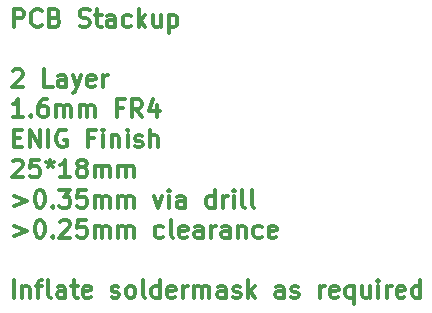
<source format=gbr>
G04 #@! TF.GenerationSoftware,KiCad,Pcbnew,(5.0.1-3-g963ef8bb5)*
G04 #@! TF.CreationDate,2018-11-23T17:17:20+10:30*
G04 #@! TF.ProjectId,rgb-led-board,7267622D6C65642D626F6172642E6B69,1.0*
G04 #@! TF.SameCoordinates,Original*
G04 #@! TF.FileFunction,Other,Comment*
%FSLAX46Y46*%
G04 Gerber Fmt 4.6, Leading zero omitted, Abs format (unit mm)*
G04 Created by KiCad (PCBNEW (5.0.1-3-g963ef8bb5)) date Friday, 23 November 2018 at 05:17:20 pm*
%MOMM*%
%LPD*%
G01*
G04 APERTURE LIST*
%ADD10C,0.300000*%
G04 APERTURE END LIST*
D10*
X157587642Y-54481571D02*
X157587642Y-52981571D01*
X158159071Y-52981571D01*
X158301928Y-53053000D01*
X158373357Y-53124428D01*
X158444785Y-53267285D01*
X158444785Y-53481571D01*
X158373357Y-53624428D01*
X158301928Y-53695857D01*
X158159071Y-53767285D01*
X157587642Y-53767285D01*
X159944785Y-54338714D02*
X159873357Y-54410142D01*
X159659071Y-54481571D01*
X159516214Y-54481571D01*
X159301928Y-54410142D01*
X159159071Y-54267285D01*
X159087642Y-54124428D01*
X159016214Y-53838714D01*
X159016214Y-53624428D01*
X159087642Y-53338714D01*
X159159071Y-53195857D01*
X159301928Y-53053000D01*
X159516214Y-52981571D01*
X159659071Y-52981571D01*
X159873357Y-53053000D01*
X159944785Y-53124428D01*
X161087642Y-53695857D02*
X161301928Y-53767285D01*
X161373357Y-53838714D01*
X161444785Y-53981571D01*
X161444785Y-54195857D01*
X161373357Y-54338714D01*
X161301928Y-54410142D01*
X161159071Y-54481571D01*
X160587642Y-54481571D01*
X160587642Y-52981571D01*
X161087642Y-52981571D01*
X161230500Y-53053000D01*
X161301928Y-53124428D01*
X161373357Y-53267285D01*
X161373357Y-53410142D01*
X161301928Y-53553000D01*
X161230500Y-53624428D01*
X161087642Y-53695857D01*
X160587642Y-53695857D01*
X163159071Y-54410142D02*
X163373357Y-54481571D01*
X163730500Y-54481571D01*
X163873357Y-54410142D01*
X163944785Y-54338714D01*
X164016214Y-54195857D01*
X164016214Y-54053000D01*
X163944785Y-53910142D01*
X163873357Y-53838714D01*
X163730500Y-53767285D01*
X163444785Y-53695857D01*
X163301928Y-53624428D01*
X163230500Y-53553000D01*
X163159071Y-53410142D01*
X163159071Y-53267285D01*
X163230500Y-53124428D01*
X163301928Y-53053000D01*
X163444785Y-52981571D01*
X163801928Y-52981571D01*
X164016214Y-53053000D01*
X164444785Y-53481571D02*
X165016214Y-53481571D01*
X164659071Y-52981571D02*
X164659071Y-54267285D01*
X164730500Y-54410142D01*
X164873357Y-54481571D01*
X165016214Y-54481571D01*
X166159071Y-54481571D02*
X166159071Y-53695857D01*
X166087642Y-53553000D01*
X165944785Y-53481571D01*
X165659071Y-53481571D01*
X165516214Y-53553000D01*
X166159071Y-54410142D02*
X166016214Y-54481571D01*
X165659071Y-54481571D01*
X165516214Y-54410142D01*
X165444785Y-54267285D01*
X165444785Y-54124428D01*
X165516214Y-53981571D01*
X165659071Y-53910142D01*
X166016214Y-53910142D01*
X166159071Y-53838714D01*
X167516214Y-54410142D02*
X167373357Y-54481571D01*
X167087642Y-54481571D01*
X166944785Y-54410142D01*
X166873357Y-54338714D01*
X166801928Y-54195857D01*
X166801928Y-53767285D01*
X166873357Y-53624428D01*
X166944785Y-53553000D01*
X167087642Y-53481571D01*
X167373357Y-53481571D01*
X167516214Y-53553000D01*
X168159071Y-54481571D02*
X168159071Y-52981571D01*
X168301928Y-53910142D02*
X168730500Y-54481571D01*
X168730500Y-53481571D02*
X168159071Y-54053000D01*
X170016214Y-53481571D02*
X170016214Y-54481571D01*
X169373357Y-53481571D02*
X169373357Y-54267285D01*
X169444785Y-54410142D01*
X169587642Y-54481571D01*
X169801928Y-54481571D01*
X169944785Y-54410142D01*
X170016214Y-54338714D01*
X170730500Y-53481571D02*
X170730500Y-54981571D01*
X170730500Y-53553000D02*
X170873357Y-53481571D01*
X171159071Y-53481571D01*
X171301928Y-53553000D01*
X171373357Y-53624428D01*
X171444785Y-53767285D01*
X171444785Y-54195857D01*
X171373357Y-54338714D01*
X171301928Y-54410142D01*
X171159071Y-54481571D01*
X170873357Y-54481571D01*
X170730500Y-54410142D01*
X157516214Y-58224428D02*
X157587642Y-58153000D01*
X157730500Y-58081571D01*
X158087642Y-58081571D01*
X158230500Y-58153000D01*
X158301928Y-58224428D01*
X158373357Y-58367285D01*
X158373357Y-58510142D01*
X158301928Y-58724428D01*
X157444785Y-59581571D01*
X158373357Y-59581571D01*
X160873357Y-59581571D02*
X160159071Y-59581571D01*
X160159071Y-58081571D01*
X162016214Y-59581571D02*
X162016214Y-58795857D01*
X161944785Y-58653000D01*
X161801928Y-58581571D01*
X161516214Y-58581571D01*
X161373357Y-58653000D01*
X162016214Y-59510142D02*
X161873357Y-59581571D01*
X161516214Y-59581571D01*
X161373357Y-59510142D01*
X161301928Y-59367285D01*
X161301928Y-59224428D01*
X161373357Y-59081571D01*
X161516214Y-59010142D01*
X161873357Y-59010142D01*
X162016214Y-58938714D01*
X162587642Y-58581571D02*
X162944785Y-59581571D01*
X163301928Y-58581571D02*
X162944785Y-59581571D01*
X162801928Y-59938714D01*
X162730500Y-60010142D01*
X162587642Y-60081571D01*
X164444785Y-59510142D02*
X164301928Y-59581571D01*
X164016214Y-59581571D01*
X163873357Y-59510142D01*
X163801928Y-59367285D01*
X163801928Y-58795857D01*
X163873357Y-58653000D01*
X164016214Y-58581571D01*
X164301928Y-58581571D01*
X164444785Y-58653000D01*
X164516214Y-58795857D01*
X164516214Y-58938714D01*
X163801928Y-59081571D01*
X165159071Y-59581571D02*
X165159071Y-58581571D01*
X165159071Y-58867285D02*
X165230500Y-58724428D01*
X165301928Y-58653000D01*
X165444785Y-58581571D01*
X165587642Y-58581571D01*
X158373357Y-62131571D02*
X157516214Y-62131571D01*
X157944785Y-62131571D02*
X157944785Y-60631571D01*
X157801928Y-60845857D01*
X157659071Y-60988714D01*
X157516214Y-61060142D01*
X159016214Y-61988714D02*
X159087642Y-62060142D01*
X159016214Y-62131571D01*
X158944785Y-62060142D01*
X159016214Y-61988714D01*
X159016214Y-62131571D01*
X160373357Y-60631571D02*
X160087642Y-60631571D01*
X159944785Y-60703000D01*
X159873357Y-60774428D01*
X159730500Y-60988714D01*
X159659071Y-61274428D01*
X159659071Y-61845857D01*
X159730500Y-61988714D01*
X159801928Y-62060142D01*
X159944785Y-62131571D01*
X160230500Y-62131571D01*
X160373357Y-62060142D01*
X160444785Y-61988714D01*
X160516214Y-61845857D01*
X160516214Y-61488714D01*
X160444785Y-61345857D01*
X160373357Y-61274428D01*
X160230500Y-61203000D01*
X159944785Y-61203000D01*
X159801928Y-61274428D01*
X159730500Y-61345857D01*
X159659071Y-61488714D01*
X161159071Y-62131571D02*
X161159071Y-61131571D01*
X161159071Y-61274428D02*
X161230500Y-61203000D01*
X161373357Y-61131571D01*
X161587642Y-61131571D01*
X161730500Y-61203000D01*
X161801928Y-61345857D01*
X161801928Y-62131571D01*
X161801928Y-61345857D02*
X161873357Y-61203000D01*
X162016214Y-61131571D01*
X162230500Y-61131571D01*
X162373357Y-61203000D01*
X162444785Y-61345857D01*
X162444785Y-62131571D01*
X163159071Y-62131571D02*
X163159071Y-61131571D01*
X163159071Y-61274428D02*
X163230500Y-61203000D01*
X163373357Y-61131571D01*
X163587642Y-61131571D01*
X163730500Y-61203000D01*
X163801928Y-61345857D01*
X163801928Y-62131571D01*
X163801928Y-61345857D02*
X163873357Y-61203000D01*
X164016214Y-61131571D01*
X164230500Y-61131571D01*
X164373357Y-61203000D01*
X164444785Y-61345857D01*
X164444785Y-62131571D01*
X166801928Y-61345857D02*
X166301928Y-61345857D01*
X166301928Y-62131571D02*
X166301928Y-60631571D01*
X167016214Y-60631571D01*
X168444785Y-62131571D02*
X167944785Y-61417285D01*
X167587642Y-62131571D02*
X167587642Y-60631571D01*
X168159071Y-60631571D01*
X168301928Y-60703000D01*
X168373357Y-60774428D01*
X168444785Y-60917285D01*
X168444785Y-61131571D01*
X168373357Y-61274428D01*
X168301928Y-61345857D01*
X168159071Y-61417285D01*
X167587642Y-61417285D01*
X169730500Y-61131571D02*
X169730500Y-62131571D01*
X169373357Y-60560142D02*
X169016214Y-61631571D01*
X169944785Y-61631571D01*
X157587642Y-63895857D02*
X158087642Y-63895857D01*
X158301928Y-64681571D02*
X157587642Y-64681571D01*
X157587642Y-63181571D01*
X158301928Y-63181571D01*
X158944785Y-64681571D02*
X158944785Y-63181571D01*
X159801928Y-64681571D01*
X159801928Y-63181571D01*
X160516214Y-64681571D02*
X160516214Y-63181571D01*
X162016214Y-63253000D02*
X161873357Y-63181571D01*
X161659071Y-63181571D01*
X161444785Y-63253000D01*
X161301928Y-63395857D01*
X161230500Y-63538714D01*
X161159071Y-63824428D01*
X161159071Y-64038714D01*
X161230500Y-64324428D01*
X161301928Y-64467285D01*
X161444785Y-64610142D01*
X161659071Y-64681571D01*
X161801928Y-64681571D01*
X162016214Y-64610142D01*
X162087642Y-64538714D01*
X162087642Y-64038714D01*
X161801928Y-64038714D01*
X164373357Y-63895857D02*
X163873357Y-63895857D01*
X163873357Y-64681571D02*
X163873357Y-63181571D01*
X164587642Y-63181571D01*
X165159071Y-64681571D02*
X165159071Y-63681571D01*
X165159071Y-63181571D02*
X165087642Y-63253000D01*
X165159071Y-63324428D01*
X165230500Y-63253000D01*
X165159071Y-63181571D01*
X165159071Y-63324428D01*
X165873357Y-63681571D02*
X165873357Y-64681571D01*
X165873357Y-63824428D02*
X165944785Y-63753000D01*
X166087642Y-63681571D01*
X166301928Y-63681571D01*
X166444785Y-63753000D01*
X166516214Y-63895857D01*
X166516214Y-64681571D01*
X167230500Y-64681571D02*
X167230500Y-63681571D01*
X167230500Y-63181571D02*
X167159071Y-63253000D01*
X167230500Y-63324428D01*
X167301928Y-63253000D01*
X167230500Y-63181571D01*
X167230500Y-63324428D01*
X167873357Y-64610142D02*
X168016214Y-64681571D01*
X168301928Y-64681571D01*
X168444785Y-64610142D01*
X168516214Y-64467285D01*
X168516214Y-64395857D01*
X168444785Y-64253000D01*
X168301928Y-64181571D01*
X168087642Y-64181571D01*
X167944785Y-64110142D01*
X167873357Y-63967285D01*
X167873357Y-63895857D01*
X167944785Y-63753000D01*
X168087642Y-63681571D01*
X168301928Y-63681571D01*
X168444785Y-63753000D01*
X169159071Y-64681571D02*
X169159071Y-63181571D01*
X169801928Y-64681571D02*
X169801928Y-63895857D01*
X169730500Y-63753000D01*
X169587642Y-63681571D01*
X169373357Y-63681571D01*
X169230500Y-63753000D01*
X169159071Y-63824428D01*
X157516214Y-65874428D02*
X157587642Y-65803000D01*
X157730500Y-65731571D01*
X158087642Y-65731571D01*
X158230500Y-65803000D01*
X158301928Y-65874428D01*
X158373357Y-66017285D01*
X158373357Y-66160142D01*
X158301928Y-66374428D01*
X157444785Y-67231571D01*
X158373357Y-67231571D01*
X159730500Y-65731571D02*
X159016214Y-65731571D01*
X158944785Y-66445857D01*
X159016214Y-66374428D01*
X159159071Y-66303000D01*
X159516214Y-66303000D01*
X159659071Y-66374428D01*
X159730500Y-66445857D01*
X159801928Y-66588714D01*
X159801928Y-66945857D01*
X159730500Y-67088714D01*
X159659071Y-67160142D01*
X159516214Y-67231571D01*
X159159071Y-67231571D01*
X159016214Y-67160142D01*
X158944785Y-67088714D01*
X160659071Y-65731571D02*
X160659071Y-66088714D01*
X160301928Y-65945857D02*
X160659071Y-66088714D01*
X161016214Y-65945857D01*
X160444785Y-66374428D02*
X160659071Y-66088714D01*
X160873357Y-66374428D01*
X162373357Y-67231571D02*
X161516214Y-67231571D01*
X161944785Y-67231571D02*
X161944785Y-65731571D01*
X161801928Y-65945857D01*
X161659071Y-66088714D01*
X161516214Y-66160142D01*
X163230500Y-66374428D02*
X163087642Y-66303000D01*
X163016214Y-66231571D01*
X162944785Y-66088714D01*
X162944785Y-66017285D01*
X163016214Y-65874428D01*
X163087642Y-65803000D01*
X163230500Y-65731571D01*
X163516214Y-65731571D01*
X163659071Y-65803000D01*
X163730500Y-65874428D01*
X163801928Y-66017285D01*
X163801928Y-66088714D01*
X163730500Y-66231571D01*
X163659071Y-66303000D01*
X163516214Y-66374428D01*
X163230500Y-66374428D01*
X163087642Y-66445857D01*
X163016214Y-66517285D01*
X162944785Y-66660142D01*
X162944785Y-66945857D01*
X163016214Y-67088714D01*
X163087642Y-67160142D01*
X163230500Y-67231571D01*
X163516214Y-67231571D01*
X163659071Y-67160142D01*
X163730500Y-67088714D01*
X163801928Y-66945857D01*
X163801928Y-66660142D01*
X163730500Y-66517285D01*
X163659071Y-66445857D01*
X163516214Y-66374428D01*
X164444785Y-67231571D02*
X164444785Y-66231571D01*
X164444785Y-66374428D02*
X164516214Y-66303000D01*
X164659071Y-66231571D01*
X164873357Y-66231571D01*
X165016214Y-66303000D01*
X165087642Y-66445857D01*
X165087642Y-67231571D01*
X165087642Y-66445857D02*
X165159071Y-66303000D01*
X165301928Y-66231571D01*
X165516214Y-66231571D01*
X165659071Y-66303000D01*
X165730500Y-66445857D01*
X165730500Y-67231571D01*
X166444785Y-67231571D02*
X166444785Y-66231571D01*
X166444785Y-66374428D02*
X166516214Y-66303000D01*
X166659071Y-66231571D01*
X166873357Y-66231571D01*
X167016214Y-66303000D01*
X167087642Y-66445857D01*
X167087642Y-67231571D01*
X167087642Y-66445857D02*
X167159071Y-66303000D01*
X167301928Y-66231571D01*
X167516214Y-66231571D01*
X167659071Y-66303000D01*
X167730500Y-66445857D01*
X167730500Y-67231571D01*
X157587642Y-68781571D02*
X158730500Y-69210142D01*
X157587642Y-69638714D01*
X159730500Y-68281571D02*
X159873357Y-68281571D01*
X160016214Y-68353000D01*
X160087642Y-68424428D01*
X160159071Y-68567285D01*
X160230500Y-68853000D01*
X160230500Y-69210142D01*
X160159071Y-69495857D01*
X160087642Y-69638714D01*
X160016214Y-69710142D01*
X159873357Y-69781571D01*
X159730500Y-69781571D01*
X159587642Y-69710142D01*
X159516214Y-69638714D01*
X159444785Y-69495857D01*
X159373357Y-69210142D01*
X159373357Y-68853000D01*
X159444785Y-68567285D01*
X159516214Y-68424428D01*
X159587642Y-68353000D01*
X159730500Y-68281571D01*
X160873357Y-69638714D02*
X160944785Y-69710142D01*
X160873357Y-69781571D01*
X160801928Y-69710142D01*
X160873357Y-69638714D01*
X160873357Y-69781571D01*
X161444785Y-68281571D02*
X162373357Y-68281571D01*
X161873357Y-68853000D01*
X162087642Y-68853000D01*
X162230500Y-68924428D01*
X162301928Y-68995857D01*
X162373357Y-69138714D01*
X162373357Y-69495857D01*
X162301928Y-69638714D01*
X162230500Y-69710142D01*
X162087642Y-69781571D01*
X161659071Y-69781571D01*
X161516214Y-69710142D01*
X161444785Y-69638714D01*
X163730500Y-68281571D02*
X163016214Y-68281571D01*
X162944785Y-68995857D01*
X163016214Y-68924428D01*
X163159071Y-68853000D01*
X163516214Y-68853000D01*
X163659071Y-68924428D01*
X163730500Y-68995857D01*
X163801928Y-69138714D01*
X163801928Y-69495857D01*
X163730500Y-69638714D01*
X163659071Y-69710142D01*
X163516214Y-69781571D01*
X163159071Y-69781571D01*
X163016214Y-69710142D01*
X162944785Y-69638714D01*
X164444785Y-69781571D02*
X164444785Y-68781571D01*
X164444785Y-68924428D02*
X164516214Y-68853000D01*
X164659071Y-68781571D01*
X164873357Y-68781571D01*
X165016214Y-68853000D01*
X165087642Y-68995857D01*
X165087642Y-69781571D01*
X165087642Y-68995857D02*
X165159071Y-68853000D01*
X165301928Y-68781571D01*
X165516214Y-68781571D01*
X165659071Y-68853000D01*
X165730500Y-68995857D01*
X165730500Y-69781571D01*
X166444785Y-69781571D02*
X166444785Y-68781571D01*
X166444785Y-68924428D02*
X166516214Y-68853000D01*
X166659071Y-68781571D01*
X166873357Y-68781571D01*
X167016214Y-68853000D01*
X167087642Y-68995857D01*
X167087642Y-69781571D01*
X167087642Y-68995857D02*
X167159071Y-68853000D01*
X167301928Y-68781571D01*
X167516214Y-68781571D01*
X167659071Y-68853000D01*
X167730500Y-68995857D01*
X167730500Y-69781571D01*
X169444785Y-68781571D02*
X169801928Y-69781571D01*
X170159071Y-68781571D01*
X170730500Y-69781571D02*
X170730500Y-68781571D01*
X170730500Y-68281571D02*
X170659071Y-68353000D01*
X170730500Y-68424428D01*
X170801928Y-68353000D01*
X170730500Y-68281571D01*
X170730500Y-68424428D01*
X172087642Y-69781571D02*
X172087642Y-68995857D01*
X172016214Y-68853000D01*
X171873357Y-68781571D01*
X171587642Y-68781571D01*
X171444785Y-68853000D01*
X172087642Y-69710142D02*
X171944785Y-69781571D01*
X171587642Y-69781571D01*
X171444785Y-69710142D01*
X171373357Y-69567285D01*
X171373357Y-69424428D01*
X171444785Y-69281571D01*
X171587642Y-69210142D01*
X171944785Y-69210142D01*
X172087642Y-69138714D01*
X174587642Y-69781571D02*
X174587642Y-68281571D01*
X174587642Y-69710142D02*
X174444785Y-69781571D01*
X174159071Y-69781571D01*
X174016214Y-69710142D01*
X173944785Y-69638714D01*
X173873357Y-69495857D01*
X173873357Y-69067285D01*
X173944785Y-68924428D01*
X174016214Y-68853000D01*
X174159071Y-68781571D01*
X174444785Y-68781571D01*
X174587642Y-68853000D01*
X175301928Y-69781571D02*
X175301928Y-68781571D01*
X175301928Y-69067285D02*
X175373357Y-68924428D01*
X175444785Y-68853000D01*
X175587642Y-68781571D01*
X175730500Y-68781571D01*
X176230500Y-69781571D02*
X176230500Y-68781571D01*
X176230500Y-68281571D02*
X176159071Y-68353000D01*
X176230500Y-68424428D01*
X176301928Y-68353000D01*
X176230500Y-68281571D01*
X176230500Y-68424428D01*
X177159071Y-69781571D02*
X177016214Y-69710142D01*
X176944785Y-69567285D01*
X176944785Y-68281571D01*
X177944785Y-69781571D02*
X177801928Y-69710142D01*
X177730500Y-69567285D01*
X177730500Y-68281571D01*
X157587642Y-71331571D02*
X158730500Y-71760142D01*
X157587642Y-72188714D01*
X159730500Y-70831571D02*
X159873357Y-70831571D01*
X160016214Y-70903000D01*
X160087642Y-70974428D01*
X160159071Y-71117285D01*
X160230500Y-71403000D01*
X160230500Y-71760142D01*
X160159071Y-72045857D01*
X160087642Y-72188714D01*
X160016214Y-72260142D01*
X159873357Y-72331571D01*
X159730500Y-72331571D01*
X159587642Y-72260142D01*
X159516214Y-72188714D01*
X159444785Y-72045857D01*
X159373357Y-71760142D01*
X159373357Y-71403000D01*
X159444785Y-71117285D01*
X159516214Y-70974428D01*
X159587642Y-70903000D01*
X159730500Y-70831571D01*
X160873357Y-72188714D02*
X160944785Y-72260142D01*
X160873357Y-72331571D01*
X160801928Y-72260142D01*
X160873357Y-72188714D01*
X160873357Y-72331571D01*
X161516214Y-70974428D02*
X161587642Y-70903000D01*
X161730500Y-70831571D01*
X162087642Y-70831571D01*
X162230500Y-70903000D01*
X162301928Y-70974428D01*
X162373357Y-71117285D01*
X162373357Y-71260142D01*
X162301928Y-71474428D01*
X161444785Y-72331571D01*
X162373357Y-72331571D01*
X163730500Y-70831571D02*
X163016214Y-70831571D01*
X162944785Y-71545857D01*
X163016214Y-71474428D01*
X163159071Y-71403000D01*
X163516214Y-71403000D01*
X163659071Y-71474428D01*
X163730500Y-71545857D01*
X163801928Y-71688714D01*
X163801928Y-72045857D01*
X163730500Y-72188714D01*
X163659071Y-72260142D01*
X163516214Y-72331571D01*
X163159071Y-72331571D01*
X163016214Y-72260142D01*
X162944785Y-72188714D01*
X164444785Y-72331571D02*
X164444785Y-71331571D01*
X164444785Y-71474428D02*
X164516214Y-71403000D01*
X164659071Y-71331571D01*
X164873357Y-71331571D01*
X165016214Y-71403000D01*
X165087642Y-71545857D01*
X165087642Y-72331571D01*
X165087642Y-71545857D02*
X165159071Y-71403000D01*
X165301928Y-71331571D01*
X165516214Y-71331571D01*
X165659071Y-71403000D01*
X165730500Y-71545857D01*
X165730500Y-72331571D01*
X166444785Y-72331571D02*
X166444785Y-71331571D01*
X166444785Y-71474428D02*
X166516214Y-71403000D01*
X166659071Y-71331571D01*
X166873357Y-71331571D01*
X167016214Y-71403000D01*
X167087642Y-71545857D01*
X167087642Y-72331571D01*
X167087642Y-71545857D02*
X167159071Y-71403000D01*
X167301928Y-71331571D01*
X167516214Y-71331571D01*
X167659071Y-71403000D01*
X167730500Y-71545857D01*
X167730500Y-72331571D01*
X170230500Y-72260142D02*
X170087642Y-72331571D01*
X169801928Y-72331571D01*
X169659071Y-72260142D01*
X169587642Y-72188714D01*
X169516214Y-72045857D01*
X169516214Y-71617285D01*
X169587642Y-71474428D01*
X169659071Y-71403000D01*
X169801928Y-71331571D01*
X170087642Y-71331571D01*
X170230500Y-71403000D01*
X171087642Y-72331571D02*
X170944785Y-72260142D01*
X170873357Y-72117285D01*
X170873357Y-70831571D01*
X172230500Y-72260142D02*
X172087642Y-72331571D01*
X171801928Y-72331571D01*
X171659071Y-72260142D01*
X171587642Y-72117285D01*
X171587642Y-71545857D01*
X171659071Y-71403000D01*
X171801928Y-71331571D01*
X172087642Y-71331571D01*
X172230500Y-71403000D01*
X172301928Y-71545857D01*
X172301928Y-71688714D01*
X171587642Y-71831571D01*
X173587642Y-72331571D02*
X173587642Y-71545857D01*
X173516214Y-71403000D01*
X173373357Y-71331571D01*
X173087642Y-71331571D01*
X172944785Y-71403000D01*
X173587642Y-72260142D02*
X173444785Y-72331571D01*
X173087642Y-72331571D01*
X172944785Y-72260142D01*
X172873357Y-72117285D01*
X172873357Y-71974428D01*
X172944785Y-71831571D01*
X173087642Y-71760142D01*
X173444785Y-71760142D01*
X173587642Y-71688714D01*
X174301928Y-72331571D02*
X174301928Y-71331571D01*
X174301928Y-71617285D02*
X174373357Y-71474428D01*
X174444785Y-71403000D01*
X174587642Y-71331571D01*
X174730500Y-71331571D01*
X175873357Y-72331571D02*
X175873357Y-71545857D01*
X175801928Y-71403000D01*
X175659071Y-71331571D01*
X175373357Y-71331571D01*
X175230500Y-71403000D01*
X175873357Y-72260142D02*
X175730500Y-72331571D01*
X175373357Y-72331571D01*
X175230500Y-72260142D01*
X175159071Y-72117285D01*
X175159071Y-71974428D01*
X175230500Y-71831571D01*
X175373357Y-71760142D01*
X175730500Y-71760142D01*
X175873357Y-71688714D01*
X176587642Y-71331571D02*
X176587642Y-72331571D01*
X176587642Y-71474428D02*
X176659071Y-71403000D01*
X176801928Y-71331571D01*
X177016214Y-71331571D01*
X177159071Y-71403000D01*
X177230500Y-71545857D01*
X177230500Y-72331571D01*
X178587642Y-72260142D02*
X178444785Y-72331571D01*
X178159071Y-72331571D01*
X178016214Y-72260142D01*
X177944785Y-72188714D01*
X177873357Y-72045857D01*
X177873357Y-71617285D01*
X177944785Y-71474428D01*
X178016214Y-71403000D01*
X178159071Y-71331571D01*
X178444785Y-71331571D01*
X178587642Y-71403000D01*
X179801928Y-72260142D02*
X179659071Y-72331571D01*
X179373357Y-72331571D01*
X179230500Y-72260142D01*
X179159071Y-72117285D01*
X179159071Y-71545857D01*
X179230500Y-71403000D01*
X179373357Y-71331571D01*
X179659071Y-71331571D01*
X179801928Y-71403000D01*
X179873357Y-71545857D01*
X179873357Y-71688714D01*
X179159071Y-71831571D01*
X157587642Y-77431571D02*
X157587642Y-75931571D01*
X158301928Y-76431571D02*
X158301928Y-77431571D01*
X158301928Y-76574428D02*
X158373357Y-76503000D01*
X158516214Y-76431571D01*
X158730500Y-76431571D01*
X158873357Y-76503000D01*
X158944785Y-76645857D01*
X158944785Y-77431571D01*
X159444785Y-76431571D02*
X160016214Y-76431571D01*
X159659071Y-77431571D02*
X159659071Y-76145857D01*
X159730500Y-76003000D01*
X159873357Y-75931571D01*
X160016214Y-75931571D01*
X160730500Y-77431571D02*
X160587642Y-77360142D01*
X160516214Y-77217285D01*
X160516214Y-75931571D01*
X161944785Y-77431571D02*
X161944785Y-76645857D01*
X161873357Y-76503000D01*
X161730500Y-76431571D01*
X161444785Y-76431571D01*
X161301928Y-76503000D01*
X161944785Y-77360142D02*
X161801928Y-77431571D01*
X161444785Y-77431571D01*
X161301928Y-77360142D01*
X161230500Y-77217285D01*
X161230500Y-77074428D01*
X161301928Y-76931571D01*
X161444785Y-76860142D01*
X161801928Y-76860142D01*
X161944785Y-76788714D01*
X162444785Y-76431571D02*
X163016214Y-76431571D01*
X162659071Y-75931571D02*
X162659071Y-77217285D01*
X162730500Y-77360142D01*
X162873357Y-77431571D01*
X163016214Y-77431571D01*
X164087642Y-77360142D02*
X163944785Y-77431571D01*
X163659071Y-77431571D01*
X163516214Y-77360142D01*
X163444785Y-77217285D01*
X163444785Y-76645857D01*
X163516214Y-76503000D01*
X163659071Y-76431571D01*
X163944785Y-76431571D01*
X164087642Y-76503000D01*
X164159071Y-76645857D01*
X164159071Y-76788714D01*
X163444785Y-76931571D01*
X165873357Y-77360142D02*
X166016214Y-77431571D01*
X166301928Y-77431571D01*
X166444785Y-77360142D01*
X166516214Y-77217285D01*
X166516214Y-77145857D01*
X166444785Y-77003000D01*
X166301928Y-76931571D01*
X166087642Y-76931571D01*
X165944785Y-76860142D01*
X165873357Y-76717285D01*
X165873357Y-76645857D01*
X165944785Y-76503000D01*
X166087642Y-76431571D01*
X166301928Y-76431571D01*
X166444785Y-76503000D01*
X167373357Y-77431571D02*
X167230500Y-77360142D01*
X167159071Y-77288714D01*
X167087642Y-77145857D01*
X167087642Y-76717285D01*
X167159071Y-76574428D01*
X167230500Y-76503000D01*
X167373357Y-76431571D01*
X167587642Y-76431571D01*
X167730500Y-76503000D01*
X167801928Y-76574428D01*
X167873357Y-76717285D01*
X167873357Y-77145857D01*
X167801928Y-77288714D01*
X167730500Y-77360142D01*
X167587642Y-77431571D01*
X167373357Y-77431571D01*
X168730500Y-77431571D02*
X168587642Y-77360142D01*
X168516214Y-77217285D01*
X168516214Y-75931571D01*
X169944785Y-77431571D02*
X169944785Y-75931571D01*
X169944785Y-77360142D02*
X169801928Y-77431571D01*
X169516214Y-77431571D01*
X169373357Y-77360142D01*
X169301928Y-77288714D01*
X169230500Y-77145857D01*
X169230500Y-76717285D01*
X169301928Y-76574428D01*
X169373357Y-76503000D01*
X169516214Y-76431571D01*
X169801928Y-76431571D01*
X169944785Y-76503000D01*
X171230500Y-77360142D02*
X171087642Y-77431571D01*
X170801928Y-77431571D01*
X170659071Y-77360142D01*
X170587642Y-77217285D01*
X170587642Y-76645857D01*
X170659071Y-76503000D01*
X170801928Y-76431571D01*
X171087642Y-76431571D01*
X171230500Y-76503000D01*
X171301928Y-76645857D01*
X171301928Y-76788714D01*
X170587642Y-76931571D01*
X171944785Y-77431571D02*
X171944785Y-76431571D01*
X171944785Y-76717285D02*
X172016214Y-76574428D01*
X172087642Y-76503000D01*
X172230500Y-76431571D01*
X172373357Y-76431571D01*
X172873357Y-77431571D02*
X172873357Y-76431571D01*
X172873357Y-76574428D02*
X172944785Y-76503000D01*
X173087642Y-76431571D01*
X173301928Y-76431571D01*
X173444785Y-76503000D01*
X173516214Y-76645857D01*
X173516214Y-77431571D01*
X173516214Y-76645857D02*
X173587642Y-76503000D01*
X173730500Y-76431571D01*
X173944785Y-76431571D01*
X174087642Y-76503000D01*
X174159071Y-76645857D01*
X174159071Y-77431571D01*
X175516214Y-77431571D02*
X175516214Y-76645857D01*
X175444785Y-76503000D01*
X175301928Y-76431571D01*
X175016214Y-76431571D01*
X174873357Y-76503000D01*
X175516214Y-77360142D02*
X175373357Y-77431571D01*
X175016214Y-77431571D01*
X174873357Y-77360142D01*
X174801928Y-77217285D01*
X174801928Y-77074428D01*
X174873357Y-76931571D01*
X175016214Y-76860142D01*
X175373357Y-76860142D01*
X175516214Y-76788714D01*
X176159071Y-77360142D02*
X176301928Y-77431571D01*
X176587642Y-77431571D01*
X176730500Y-77360142D01*
X176801928Y-77217285D01*
X176801928Y-77145857D01*
X176730500Y-77003000D01*
X176587642Y-76931571D01*
X176373357Y-76931571D01*
X176230500Y-76860142D01*
X176159071Y-76717285D01*
X176159071Y-76645857D01*
X176230500Y-76503000D01*
X176373357Y-76431571D01*
X176587642Y-76431571D01*
X176730500Y-76503000D01*
X177444785Y-77431571D02*
X177444785Y-75931571D01*
X177587642Y-76860142D02*
X178016214Y-77431571D01*
X178016214Y-76431571D02*
X177444785Y-77003000D01*
X180444785Y-77431571D02*
X180444785Y-76645857D01*
X180373357Y-76503000D01*
X180230500Y-76431571D01*
X179944785Y-76431571D01*
X179801928Y-76503000D01*
X180444785Y-77360142D02*
X180301928Y-77431571D01*
X179944785Y-77431571D01*
X179801928Y-77360142D01*
X179730500Y-77217285D01*
X179730500Y-77074428D01*
X179801928Y-76931571D01*
X179944785Y-76860142D01*
X180301928Y-76860142D01*
X180444785Y-76788714D01*
X181087642Y-77360142D02*
X181230500Y-77431571D01*
X181516214Y-77431571D01*
X181659071Y-77360142D01*
X181730500Y-77217285D01*
X181730500Y-77145857D01*
X181659071Y-77003000D01*
X181516214Y-76931571D01*
X181301928Y-76931571D01*
X181159071Y-76860142D01*
X181087642Y-76717285D01*
X181087642Y-76645857D01*
X181159071Y-76503000D01*
X181301928Y-76431571D01*
X181516214Y-76431571D01*
X181659071Y-76503000D01*
X183516214Y-77431571D02*
X183516214Y-76431571D01*
X183516214Y-76717285D02*
X183587642Y-76574428D01*
X183659071Y-76503000D01*
X183801928Y-76431571D01*
X183944785Y-76431571D01*
X185016214Y-77360142D02*
X184873357Y-77431571D01*
X184587642Y-77431571D01*
X184444785Y-77360142D01*
X184373357Y-77217285D01*
X184373357Y-76645857D01*
X184444785Y-76503000D01*
X184587642Y-76431571D01*
X184873357Y-76431571D01*
X185016214Y-76503000D01*
X185087642Y-76645857D01*
X185087642Y-76788714D01*
X184373357Y-76931571D01*
X186373357Y-76431571D02*
X186373357Y-77931571D01*
X186373357Y-77360142D02*
X186230500Y-77431571D01*
X185944785Y-77431571D01*
X185801928Y-77360142D01*
X185730500Y-77288714D01*
X185659071Y-77145857D01*
X185659071Y-76717285D01*
X185730500Y-76574428D01*
X185801928Y-76503000D01*
X185944785Y-76431571D01*
X186230500Y-76431571D01*
X186373357Y-76503000D01*
X187730500Y-76431571D02*
X187730500Y-77431571D01*
X187087642Y-76431571D02*
X187087642Y-77217285D01*
X187159071Y-77360142D01*
X187301928Y-77431571D01*
X187516214Y-77431571D01*
X187659071Y-77360142D01*
X187730500Y-77288714D01*
X188444785Y-77431571D02*
X188444785Y-76431571D01*
X188444785Y-75931571D02*
X188373357Y-76003000D01*
X188444785Y-76074428D01*
X188516214Y-76003000D01*
X188444785Y-75931571D01*
X188444785Y-76074428D01*
X189159071Y-77431571D02*
X189159071Y-76431571D01*
X189159071Y-76717285D02*
X189230500Y-76574428D01*
X189301928Y-76503000D01*
X189444785Y-76431571D01*
X189587642Y-76431571D01*
X190659071Y-77360142D02*
X190516214Y-77431571D01*
X190230500Y-77431571D01*
X190087642Y-77360142D01*
X190016214Y-77217285D01*
X190016214Y-76645857D01*
X190087642Y-76503000D01*
X190230500Y-76431571D01*
X190516214Y-76431571D01*
X190659071Y-76503000D01*
X190730500Y-76645857D01*
X190730500Y-76788714D01*
X190016214Y-76931571D01*
X192016214Y-77431571D02*
X192016214Y-75931571D01*
X192016214Y-77360142D02*
X191873357Y-77431571D01*
X191587642Y-77431571D01*
X191444785Y-77360142D01*
X191373357Y-77288714D01*
X191301928Y-77145857D01*
X191301928Y-76717285D01*
X191373357Y-76574428D01*
X191444785Y-76503000D01*
X191587642Y-76431571D01*
X191873357Y-76431571D01*
X192016214Y-76503000D01*
M02*

</source>
